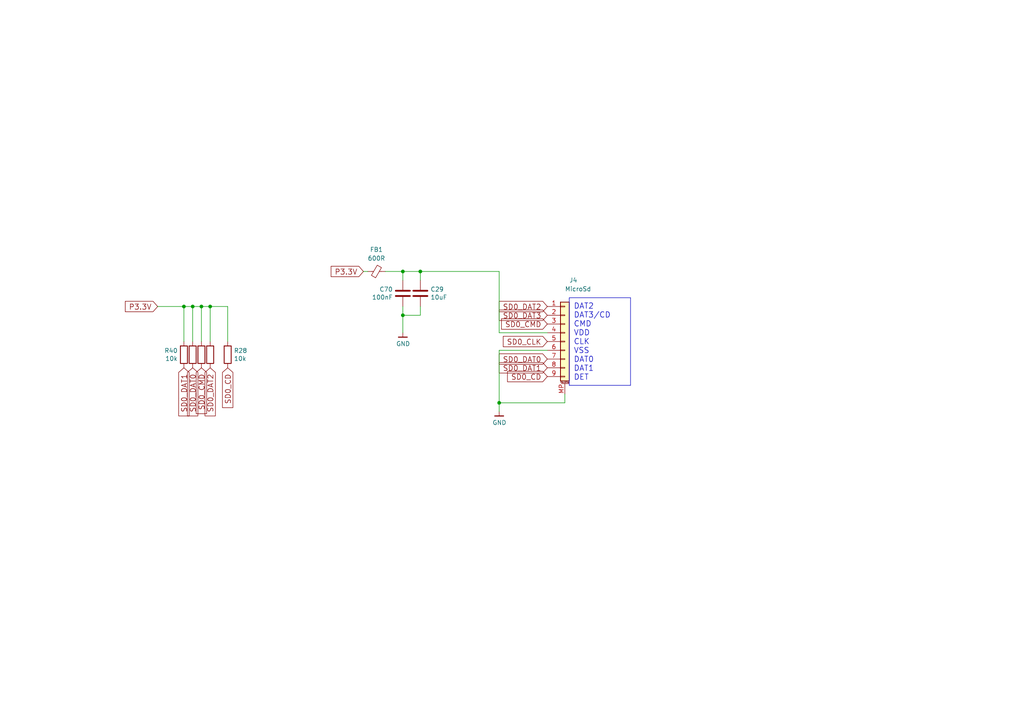
<source format=kicad_sch>
(kicad_sch (version 20230121) (generator eeschema)
  (paper "A4")
  (title_block (title "Orange Crab") (date "2020-11-01") (rev "r0.2.1") (company "Good Stuff Department") (comment 3 "Licensed under CERN OHL v.1.2") (comment 4 "Designed by: Greg Davill"))
  (lib_symbols
    (symbol "Connector_Generic_MountingPin:Conn_01x09_MountingPin" (pin_names (offset 1.016) hide)
      (property "Reference" "J" (at 0 12.7 0))
      (property "Value" "Conn_01x09_MountingPin" (at 1.27 -12.7 0))
      (symbol "Conn_01x09_MountingPin_1_1"
        (rectangle (start -1.27 -10.033) (end 0 -10.287) (stroke (width 0.1524)))
        (rectangle (start -1.27 -7.493) (end 0 -7.747) (stroke (width 0.1524)))
        (rectangle (start -1.27 -4.953) (end 0 -5.207) (stroke (width 0.1524)))
        (rectangle (start -1.27 -2.413) (end 0 -2.667) (stroke (width 0.1524)))
        (rectangle (start -1.27 0.127) (end 0 -0.127) (stroke (width 0.1524)))
        (rectangle (start -1.27 2.667) (end 0 2.413) (stroke (width 0.1524)))
        (rectangle (start -1.27 5.207) (end 0 4.953) (stroke (width 0.1524)))
        (rectangle (start -1.27 7.747) (end 0 7.493) (stroke (width 0.1524)))
        (rectangle (start -1.27 10.287) (end 0 10.033) (stroke (width 0.1524)))
        (rectangle (start -1.27 11.43) (end 1.27 -11.43) (stroke (width 0.254)) (fill (type background)))
        (polyline (pts (xy -1.016 -12.192) (xy 1.016 -12.192)) (stroke (width 0.1524)))
        (text "Mounting" (at 0 -11.811 0) (effects (font (size 0.381 0.381))))
        (pin passive line (at -5.08 10.16 0) (length 3.81) (name "Pin_1") (number "1"))
        (pin passive line (at -5.08 7.62 0) (length 3.81) (name "Pin_2") (number "2"))
        (pin passive line (at -5.08 5.08 0) (length 3.81) (name "Pin_3") (number "3"))
        (pin passive line (at -5.08 2.54 0) (length 3.81) (name "Pin_4") (number "4"))
        (pin passive line (at -5.08 0 0) (length 3.81) (name "Pin_5") (number "5"))
        (pin passive line (at -5.08 -2.54 0) (length 3.81) (name "Pin_6") (number "6"))
        (pin passive line (at -5.08 -5.08 0) (length 3.81) (name "Pin_7") (number "7"))
        (pin passive line (at -5.08 -7.62 0) (length 3.81) (name "Pin_8") (number "8"))
        (pin passive line (at -5.08 -10.16 0) (length 3.81) (name "Pin_9") (number "9"))
        (pin passive line (at 0 -15.24 90) (length 3.048) (name "MountPin") (number "MP"))
      )
    )
    (symbol "Device:C" (pin_numbers hide) (pin_names (offset 0.254))
      (property "Reference" "C" (at 0.635 2.54 0))
      (property "Value" "C" (at 0.635 -2.54 0))
      (symbol "C_0_1"
        (polyline (pts (xy -2.032 -0.762) (xy 2.032 -0.762)) (stroke (width 0.508)))
        (polyline (pts (xy -2.032 0.762) (xy 2.032 0.762)) (stroke (width 0.508)))
      )
      (symbol "C_1_1"
        (pin passive line (at 0 3.81 270) (length 2.794) (name "~") (number "1"))
        (pin passive line (at 0 -3.81 90) (length 2.794) (name "~") (number "2"))
      )
    )
    (symbol "Device:FerriteBead_Small" (pin_numbers hide) (pin_names (offset 0))
      (property "Reference" "FB" (at 1.905 1.27 0))
      (property "Value" "FerriteBead_Small" (at 1.905 -1.27 0))
      (symbol "FerriteBead_Small_0_1"
        (polyline (pts (xy 0 -1.27) (xy 0 -0.7874)))
        (polyline (pts (xy 0 0.889) (xy 0 1.2954)))
        (polyline (pts (xy -1.8288 0.2794) (xy -1.1176 1.4986) (xy 1.8288 -0.2032) (xy 1.1176 -1.4224) (xy -1.8288 0.2794)))
      )
      (symbol "FerriteBead_Small_1_1"
        (pin passive line (at 0 2.54 270) (length 1.27) (name "~") (number "1"))
        (pin passive line (at 0 -2.54 90) (length 1.27) (name "~") (number "2"))
      )
    )
    (symbol "Device:R" (pin_numbers hide) (pin_names (offset 0))
      (property "Reference" "R" (at 2.032 0 90))
      (property "Value" "R" (at 0 0 90))
      (symbol "R_0_1"
        (rectangle (start -1.016 -2.54) (end 1.016 2.54) (stroke (width 0.254)))
      )
      (symbol "R_1_1"
        (pin passive line (at 0 3.81 270) (length 1.27) (name "~") (number "1"))
        (pin passive line (at 0 -3.81 90) (length 1.27) (name "~") (number "2"))
      )
    )
    (symbol "gkl_power:GND" (power) (pin_names (offset 0))
      (property "Value" "GND" (at 0 -2.54 0))
      (symbol "GND_0_1"
        (polyline (pts (xy 0 -1.27) (xy 0 0)))
        (polyline (pts (xy 1.27 -1.27) (xy -1.27 -1.27)) (stroke (width 0.3048)))
      )
      (symbol "GND_1_1"
        (pin power_in line (at 0 0 270) (length 0) hide (name "GND") (number "1"))
      )
    )
  )
  (junction (at 116.84 91.44))
  (junction (at 53.34 88.9))
  (junction (at 58.42 88.9))
  (junction (at 116.84 78.74))
  (junction (at 144.78 116.84))
  (junction (at 121.92 78.74))
  (junction (at 60.96 88.9))
  (junction (at 55.88 88.9))
  (wire (pts (xy 66.04 88.9) (xy 66.04 99.06)))
  (wire (pts (xy 144.78 101.6) (xy 144.78 116.84)))
  (wire (pts (xy 121.92 78.74) (xy 144.78 78.74)))
  (wire (pts (xy 116.84 78.74) (xy 121.92 78.74)))
  (wire (pts (xy 116.84 91.44) (xy 116.84 96.52)))
  (wire (pts (xy 45.72 88.9) (xy 53.34 88.9)))
  (wire (pts (xy 60.96 88.9) (xy 60.96 99.06)))
  (wire (pts (xy 121.92 88.9) (xy 121.92 91.44)))
  (wire (pts (xy 55.88 88.9) (xy 55.88 99.06)))
  (wire (pts (xy 144.78 78.74) (xy 144.78 96.52)))
  (polyline (pts (xy 165.1 86.36) (xy 182.88 86.36)))
  (wire (pts (xy 116.84 88.9) (xy 116.84 91.44)))
  (polyline (pts (xy 165.1 86.36) (xy 165.1 111.76)))
  (wire (pts (xy 163.83 116.84) (xy 144.78 116.84)))
  (wire (pts (xy 106.68 78.74) (xy 105.41 78.74)))
  (polyline (pts (xy 182.88 86.36) (xy 182.88 111.76)))
  (wire (pts (xy 158.75 101.6) (xy 144.78 101.6)))
  (wire (pts (xy 58.42 88.9) (xy 60.96 88.9)))
  (wire (pts (xy 58.42 88.9) (xy 58.42 99.06)))
  (wire (pts (xy 158.75 96.52) (xy 144.78 96.52)))
  (wire (pts (xy 163.83 114.3) (xy 163.83 116.84)))
  (wire (pts (xy 121.92 81.28) (xy 121.92 78.74)))
  (wire (pts (xy 121.92 91.44) (xy 116.84 91.44)))
  (wire (pts (xy 116.84 81.28) (xy 116.84 78.74)))
  (wire (pts (xy 144.78 116.84) (xy 144.78 119.38)))
  (wire (pts (xy 60.96 88.9) (xy 66.04 88.9)))
  (wire (pts (xy 55.88 88.9) (xy 58.42 88.9)))
  (polyline (pts (xy 165.1 111.76) (xy 182.88 111.76)))
  (wire (pts (xy 111.76 78.74) (xy 116.84 78.74)))
  (wire (pts (xy 53.34 88.9) (xy 53.34 99.06)))
  (wire (pts (xy 53.34 88.9) (xy 55.88 88.9)))
  (text "DAT2\nDAT3/CD\nCMD\nVDD\nCLK\nVSS\nDAT0\nDAT1\nDET" (at 166.37 110.49 0) (effects (font (size 1.6002 1.6002)) (justify left bottom)))
  (global_label "P3.3V" (shape input) (at 45.72 88.9 180) (effects (font (size 1.524 1.524))) (property "Intersheetrefs" "${INTERSHEET_REFS}" (effects hide)))
  (global_label "SD0_CD" (shape input) (at 158.75 109.22 180) (effects (font (size 1.524 1.524))) (property "Intersheetrefs" "${INTERSHEET_REFS}" (effects hide)))
  (global_label "SD0_CD" (shape input) (at 66.04 106.68 270) (effects (font (size 1.524 1.524))) (property "Intersheetrefs" "${INTERSHEET_REFS}" (effects hide)))
  (global_label "SD0_CLK" (shape input) (at 158.75 99.06 180) (effects (font (size 1.524 1.524))) (property "Intersheetrefs" "${INTERSHEET_REFS}" (effects hide)))
  (global_label "SD0_DAT2" (shape input) (at 60.96 106.68 270) (effects (font (size 1.524 1.524))) (property "Intersheetrefs" "${INTERSHEET_REFS}" (effects hide)))
  (global_label "P3.3V" (shape input) (at 105.41 78.74 180) (effects (font (size 1.524 1.524))) (property "Intersheetrefs" "${INTERSHEET_REFS}" (effects hide)))
  (global_label "SD0_DAT0" (shape input) (at 158.75 104.14 180) (effects (font (size 1.524 1.524))) (property "Intersheetrefs" "${INTERSHEET_REFS}" (effects hide)))
  (global_label "SD0_DAT1" (shape input) (at 53.34 106.68 270) (effects (font (size 1.524 1.524))) (property "Intersheetrefs" "${INTERSHEET_REFS}" (effects hide)))
  (global_label "SD0_CMD" (shape input) (at 158.75 93.98 180) (effects (font (size 1.524 1.524))) (property "Intersheetrefs" "${INTERSHEET_REFS}" (effects hide)))
  (global_label "SD0_DAT0" (shape input) (at 55.88 106.68 270) (effects (font (size 1.524 1.524))) (property "Intersheetrefs" "${INTERSHEET_REFS}" (effects hide)))
  (global_label "SD0_DAT2" (shape input) (at 158.75 88.9 180) (effects (font (size 1.524 1.524))) (property "Intersheetrefs" "${INTERSHEET_REFS}" (effects hide)))
  (global_label "SD0_DAT1" (shape input) (at 158.75 106.68 180) (effects (font (size 1.524 1.524))) (property "Intersheetrefs" "${INTERSHEET_REFS}" (effects hide)))
  (global_label "SD0_DAT3" (shape input) (at 158.75 91.44 180) (effects (font (size 1.524 1.524))) (property "Intersheetrefs" "${INTERSHEET_REFS}" (effects hide)))
  (global_label "SD0_CMD" (shape input) (at 58.42 106.68 270) (effects (font (size 1.524 1.524))) (property "Intersheetrefs" "${INTERSHEET_REFS}" (effects hide)))
  (symbol (lib_id "gkl_power:GND") (at 144.78 119.38 0) (unit 1)
    (property "Reference" "#PWR050" (effects hide))
    (property "Value" "GND" (at 144.8562 122.5804 0))
  )
  (symbol (lib_id "Device:R") (at 66.04 102.87 0) (unit 1)
    (property "Reference" "R28" (at 67.818 101.7016 0) (effects (justify left)))
    (property "Value" "10k" (at 67.818 104.013 0) (effects (justify left)))
    (property "Footprint" "gkl_dipol:R_0201_0603Metric" (effects hide))
    (property "Mfg" "‎Yageo‎" (effects hide))
    (property "PN" "RC0201FR-0710KL" (effects hide))
    (property "Mfg_1" "UNI-ROYAL(Uniroyal Elec)" (effects hide))
    (property "PN_1" "0201WMF1002TCE" (effects hide))
  )
  (symbol (lib_id "Connector_Generic_MountingPin:Conn_01x09_MountingPin") (at 163.83 99.06 0) (unit 1)
    (property "Reference" "J4" (at 165.1 81.28 0) (effects (justify left)))
    (property "Value" "MicroSd" (at 163.83 83.82 0) (effects (justify left)))
    (property "Footprint" "gkl_conn:molex_microsd_1040310811" (effects hide))
    (property "PN" "1040310811" (effects hide))
    (property "Mfg" "Molex" (effects hide))
  )
  (symbol (lib_id "Device:C") (at 116.84 85.09 0) (mirror x) (unit 1)
    (property "Reference" "C70" (at 113.9444 83.9216 0) (effects (justify right)))
    (property "Value" "100nF" (at 113.9444 86.233 0) (effects (justify right)))
    (property "Footprint" "gkl_dipol:C_0201_0603Metric" (effects hide))
    (property "Mfg" "Samsung Electro-Mechanics" (effects hide))
    (property "PN" "CL03A104KQ3NNNC" (effects hide))
    (property "Mfg_1" "YAGEO" (effects hide))
    (property "PN_1" "CC0201KRX5R7BB104" (effects hide))
  )
  (symbol (lib_id "gkl_power:GND") (at 116.84 96.52 0) (unit 1)
    (property "Reference" "#PWR0159" (effects hide))
    (property "Value" "GND" (at 116.9162 99.7204 0))
  )
  (symbol (lib_id "Device:C") (at 121.92 85.09 180) (unit 1)
    (property "Reference" "C29" (at 124.841 83.9216 0) (effects (justify right)))
    (property "Value" "10uF" (at 124.841 86.233 0) (effects (justify right)))
    (property "Footprint" "Capacitor_SMD:C_0402_1005Metric" (effects hide))
    (property "Mfg" "Murata Electronics North America" (effects hide))
    (property "PN" "GRM155R60J106ME15D" (effects hide))
    (property "Mfg_1" "YAGEO" (effects hide))
    (property "PN_1" "CC0402MRX5R5BB106" (effects hide))
    (instances (project "OrangeCrab" (path "" (reference "C29") (unit 1)) (path "" (reference "C?") (unit 1))))
  )
  (symbol (lib_id "Device:R") (at 60.96 102.87 0) (unit 1)
    (property "Reference" "R43" (effects hide))
    (property "Value" "10k" (effects hide))
    (property "Footprint" "gkl_dipol:R_0201_0603Metric" (effects hide))
    (property "Mfg" "‎Yageo‎" (effects hide))
    (property "PN" "RC0201FR-0710KL" (effects hide))
    (property "Mfg_1" "UNI-ROYAL(Uniroyal Elec)" (effects hide))
    (property "PN_1" "0201WMF1002TCE" (effects hide))
  )
  (symbol (lib_id "Device:R") (at 58.42 102.87 0) (unit 1)
    (property "Reference" "R42" (effects hide))
    (property "Value" "10k" (effects hide))
    (property "Footprint" "gkl_dipol:R_0201_0603Metric" (effects hide))
    (property "Mfg" "‎Yageo‎" (effects hide))
    (property "PN" "RC0201FR-0710KL" (effects hide))
    (property "Mfg_1" "UNI-ROYAL(Uniroyal Elec)" (effects hide))
    (property "PN_1" "0201WMF1002TCE" (effects hide))
  )
  (symbol (lib_id "Device:R") (at 55.88 102.87 0) (unit 1)
    (property "Reference" "R41" (effects hide))
    (property "Value" "10k" (effects hide))
    (property "Footprint" "gkl_dipol:R_0201_0603Metric" (effects hide))
    (property "Mfg" "‎Yageo‎" (effects hide))
    (property "PN" "RC0201FR-0710KL" (effects hide))
    (property "Mfg_1" "UNI-ROYAL(Uniroyal Elec)" (effects hide))
    (property "PN_1" "0201WMF1002TCE" (effects hide))
  )
  (symbol (lib_id "Device:R") (at 53.34 102.87 0) (unit 1)
    (property "Reference" "R40" (at 51.562 101.7016 0) (effects (justify right)))
    (property "Value" "10k" (at 51.562 104.013 0) (effects (justify right)))
    (property "Footprint" "gkl_dipol:R_0201_0603Metric" (effects hide))
    (property "Mfg" "‎Yageo‎" (effects hide))
    (property "PN" "RC0201FR-0710KL" (effects hide))
    (property "Mfg_1" "UNI-ROYAL(Uniroyal Elec)" (effects hide))
    (property "PN_1" "0201WMF1002TCE" (effects hide))
  )
  (symbol (lib_id "Device:FerriteBead_Small") (at 109.22 78.74 90) (unit 1)
    (property "Reference" "FB1" (at 109.1819 72.39 90))
    (property "Value" "600R" (at 109.1819 74.93 90))
    (property "Footprint" "Inductor_SMD:L_0402_1005Metric" (effects hide))
  )
)
</source>
